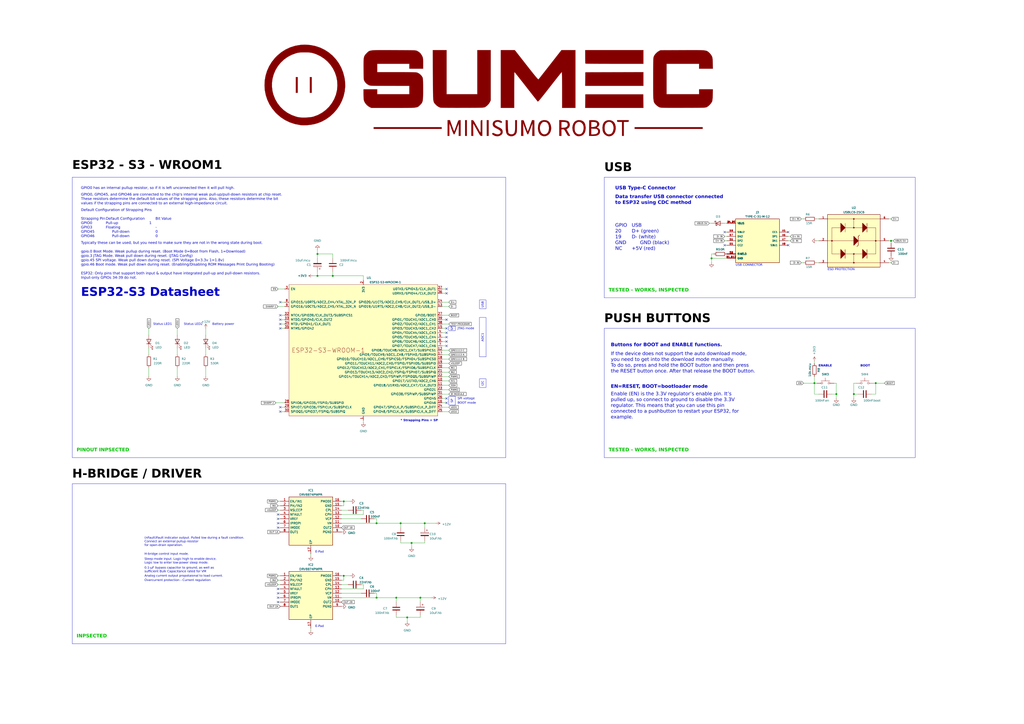
<source format=kicad_sch>
(kicad_sch (version 20230121) (generator eeschema)
  (paper "A2")
  (title_block (title "SUMEC SMD") (company "SPŠ NA PROSEKU"))
  (lib_symbols
    (symbol "Device:C" (pin_numbers hide) (pin_names (offset 0.254))
      (property "Reference" "C" (at 0.635 2.54 0))
      (property "Value" "C" (at 0.635 -2.54 0))
      (symbol "C_1_1"
        (pin passive line (at 0 3.81 270) (length 2.794) (name "~") (number "1"))
        (pin passive line (at 0 -3.81 90) (length 2.794) (name "~") (number "2"))
      )
    )
    (symbol "Device:C_Polarized" (pin_numbers hide) (pin_names (offset 0.254))
      (property "Reference" "C" (at 0.635 2.54 0))
      (property "Value" "C_Polarized" (at 0.635 -2.54 0))
      (symbol "C_Polarized_1_1"
        (pin passive line (at 0 3.81 270) (length 2.794) (name "~") (number "1"))
        (pin passive line (at 0 -3.81 90) (length 2.794) (name "~") (number "2"))
      )
    )
    (symbol "Device:D_Schottky" (pin_numbers hide) (pin_names (offset 1.016) hide)
      (property "Reference" "D" (at 0 2.54 0))
      (property "Value" "D_Schottky" (at 0 -2.54 0))
      (symbol "D_Schottky_1_1"
        (pin passive line (at -3.81 0 0) (length 2.54) (name "K") (number "1"))
        (pin passive line (at 3.81 0 180) (length 2.54) (name "A") (number "2"))
      )
    )
    (symbol "Device:LED" (pin_numbers hide) (pin_names (offset 1.016) hide)
      (property "Reference" "D" (at 0 2.54 0))
      (property "Value" "LED" (at 0 -2.54 0))
      (symbol "LED_1_1"
        (pin passive line (at -3.81 0 0) (length 2.54) (name "K") (number "1"))
        (pin passive line (at 3.81 0 180) (length 2.54) (name "A") (number "2"))
      )
    )
    (symbol "Device:R" (pin_numbers hide) (pin_names (offset 0))
      (property "Reference" "R" (at 2.032 0 90))
      (property "Value" "R" (at 0 0 90))
      (symbol "R_1_1"
        (pin passive line (at 0 3.81 270) (length 1.27) (name "~") (number "1"))
        (pin passive line (at 0 -3.81 90) (length 1.27) (name "~") (number "2"))
      )
    )
    (symbol "PCM_Espressif:ESP32-S3-WROOM-1" (pin_names (offset 1.016))
      (property "Reference" "U" (at -43.18 43.18 0))
      (property "Value" "ESP32-S3-WROOM-1" (at -43.18 40.64 0))
      (symbol "ESP32-S3-WROOM-1_0_0"
        (text "ESP32-S3-WROOM-1" (at -20.32 0 0) (effects (font (size 2.54 2.54))))
        (pin power_in line (at 0 -40.64 90) (length 2.54) (name "GND") (number "1"))
        (pin bidirectional line (at 45.72 -17.78 180) (length 2.54) (name "GPIO17/U1TXD/ADC2_CH6") (number "10"))
        (pin bidirectional line (at 45.72 -20.32 180) (length 2.54) (name "GPIO18/U1RXD/ADC2_CH7/CLK_OUT3") (number "11"))
        (pin bidirectional line (at 45.72 0 180) (length 2.54) (name "GPIO8/TOUCH8/ADC1_CH7/SUBSPICS1") (number "12"))
        (pin bidirectional line (at 45.72 25.4 180) (length 2.54) (name "GPIO19/U1RTS/ADC2_CH8/CLK_OUT2/USB_D-") (number "13"))
        (pin bidirectional line (at 45.72 27.94 180) (length 2.54) (name "GPIO20/U1CTS/ADC2_CH9/CLK_OUT1/USB_D+") (number "14"))
        (pin bidirectional line (at 45.72 12.7 180) (length 2.54) (name "GPIO3/TOUCH3/ADC1_CH2") (number "15"))
        (pin bidirectional line (at 45.72 -30.48 180) (length 2.54) (name "GPIO46") (number "16"))
        (pin bidirectional line (at 45.72 -2.54 180) (length 2.54) (name "GPIO9/TOUCH9/ADC1_CH8/FSPIHD/SUBSPIHD") (number "17"))
        (pin bidirectional line (at 45.72 -5.08 180) (length 2.54) (name "GPIO10/TOUCH10/ADC1_CH9/FSPICS0/FSPIIO4/SUBSPICS0") (number "18"))
        (pin bidirectional line (at 45.72 -7.62 180) (length 2.54) (name "GPIO11/TOUCH11/ADC2_CH0/FSPID/FSPIIO5/SUBSPID") (number "19"))
        (pin power_in line (at 0 40.64 270) (length 2.54) (name "3V3") (number "2"))
        (pin bidirectional line (at 45.72 -10.16 180) (length 2.54) (name "GPIO12/TOUCH12/ADC2_CH1/FSPICLK/FSPIIO6/SUBSPICLK") (number "20"))
        (pin bidirectional line (at 45.72 -12.7 180) (length 2.54) (name "GPIO13/TOUCH13/ADC2_CH2/FSPIQ/FSPIIO7/SUBSPIQ") (number "21"))
        (pin bidirectional line (at 45.72 -15.24 180) (length 2.54) (name "GPIO14/TOUCH14/ADC2_CH3/FSPIWP/FSPIDQS/SUBSPIWP") (number "22"))
        (pin bidirectional line (at 45.72 -22.86 180) (length 2.54) (name "GPIO21") (number "23"))
        (pin bidirectional line (at 45.72 -33.02 180) (length 2.54) (name "GPIO47/SPICLK_P/SUBSPICLK_P_DIFF") (number "24"))
        (pin bidirectional line (at 45.72 -35.56 180) (length 2.54) (name "GPIO48/SPICLK_N/SUBSPICLK_N_DIFF") (number "25"))
        (pin bidirectional line (at 45.72 -27.94 180) (length 2.54) (name "GPIO45") (number "26"))
        (pin bidirectional line (at 45.72 20.32 180) (length 2.54) (name "GPIO0/BOOT") (number "27"))
        (pin bidirectional line (at -45.72 -30.48 0) (length 2.54) (name "SPIIO6/GPIO35/FSPID/SUBSPID") (number "28"))
        (pin bidirectional line (at -45.72 -33.02 0) (length 2.54) (name "SPIIO7/GPIO36/FSPICLK/SUBSPICLK") (number "29"))
        (pin input line (at -45.72 35.56 0) (length 2.54) (name "EN") (number "3"))
        (pin bidirectional line (at -45.72 -35.56 0) (length 2.54) (name "SPIDQS/GPIO37/FSPIQ/SUBSPIQ") (number "30"))
        (pin bidirectional line (at 45.72 -25.4 180) (length 2.54) (name "GPIO38/FSPIWP/SUBSPIWP") (number "31"))
        (pin bidirectional line (at -45.72 20.32 0) (length 2.54) (name "MTCK/GPIO39/CLK_OUT3/SUBSPICS1") (number "32"))
        (pin bidirectional line (at -45.72 17.78 0) (length 2.54) (name "MTDO/GPIO40/CLK_OUT2") (number "33"))
        (pin bidirectional line (at -45.72 15.24 0) (length 2.54) (name "MTDI/GPIO41/CLK_OUT1") (number "34"))
        (pin bidirectional line (at -45.72 12.7 0) (length 2.54) (name "MTMS/GPIO42") (number "35"))
        (pin bidirectional line (at 45.72 33.02 180) (length 2.54) (name "U0RXD/GPIO44/CLK_OUT2") (number "36"))
        (pin bidirectional line (at 45.72 35.56 180) (length 2.54) (name "U0TXD/GPIO43/CLK_OUT1") (number "37"))
        (pin bidirectional line (at 45.72 15.24 180) (length 2.54) (name "GPIO2/TOUCH2/ADC1_CH1") (number "38"))
        (pin bidirectional line (at 45.72 17.78 180) (length 2.54) (name "GPIO1/TOUCH1/ADC1_CH0") (number "39"))
        (pin bidirectional line (at 45.72 10.16 180) (length 2.54) (name "GPIO4/TOUCH4/ADC1_CH3") (number "4"))
        (pin passive line (at 0 -40.64 90) (length 2.54) hide (name "GND") (number "40"))
        (pin passive line (at 0 -40.64 90) (length 2.54) hide (name "GND") (number "41"))
        (pin bidirectional line (at 45.72 7.62 180) (length 2.54) (name "GPIO5/TOUCH5/ADC1_CH4") (number "5"))
        (pin bidirectional line (at 45.72 5.08 180) (length 2.54) (name "GPIO6/TOUCH6/ADC1_CH5") (number "6"))
        (pin bidirectional line (at 45.72 2.54 180) (length 2.54) (name "GPIO7/TOUCH7/ADC1_CH6") (number "7"))
        (pin bidirectional line (at -45.72 27.94 0) (length 2.54) (name "GPIO15/U0RTS/ADC2_CH4/XTAL_32K_P") (number "8"))
        (pin bidirectional line (at -45.72 25.4 0) (length 2.54) (name "GPIO16/U0CTS/ADC2_CH5/XTAL_32K_N") (number "9"))
      )
    )
    (symbol "Switch:SW_Push" (pin_numbers hide) (pin_names (offset 1.016) hide)
      (property "Reference" "SW" (at 1.27 2.54 0))
      (property "Value" "SW_Push" (at 0 -1.524 0))
      (symbol "SW_Push_0_1"
        (pin passive line (at -5.08 0 0) (length 2.54) (name "1") (number "1"))
        (pin passive line (at 5.08 0 180) (length 2.54) (name "2") (number "2"))
      )
    )
    (symbol "logo:LOGO" (pin_names (offset 1.016)))
    (symbol "power:+12V" (power) (pin_names (offset 0))
      (property "Value" "+12V" (at 0 3.556 0))
      (symbol "+12V_1_1"
        (pin power_in line (at 0 0 90) (length 0) hide (name "+12V") (number "1"))
      )
    )
    (symbol "power:+3V3" (power) (pin_names (offset 0))
      (property "Value" "+3V3" (at 0 3.556 0))
      (symbol "+3V3_1_1"
        (pin power_in line (at 0 0 90) (length 0) hide (name "+3V3") (number "1"))
      )
    )
    (symbol "power:GND" (power) (pin_names (offset 0))
      (property "Value" "GND" (at 0 -3.81 0))
      (symbol "GND_1_1"
        (pin power_in line (at 0 0 270) (length 0) hide (name "GND") (number "1"))
      )
    )
    (symbol "sumec_library:DRV8874PWPR"
      (property "Reference" "IC" (at 31.75 7.62 0))
      (property "Value" "DRV8874PWPR" (at 31.75 5.08 0))
      (symbol "DRV8874PWPR_1_1"
        (pin passive line (at 0 0 0) (length 5.08) (name "EN/IN1") (number "1"))
        (pin passive line (at 35.56 -15.24 180) (length 5.08) (name "OUT2") (number "10"))
        (pin passive line (at 35.56 -12.7 180) (length 5.08) (name "VM") (number "11"))
        (pin passive line (at 35.56 -10.16 180) (length 5.08) (name "VCP") (number "12"))
        (pin passive line (at 35.56 -7.62 180) (length 5.08) (name "CPH") (number "13"))
        (pin passive line (at 35.56 -5.08 180) (length 5.08) (name "CPL") (number "14"))
        (pin passive line (at 35.56 -2.54 180) (length 5.08) (name "GND") (number "15"))
        (pin passive line (at 35.56 0 180) (length 5.08) (name "PMODE") (number "16"))
        (pin passive line (at 17.78 -30.48 90) (length 5.08) (name "EP") (number "17"))
        (pin passive line (at 0 -2.54 0) (length 5.08) (name "PH/IN2") (number "2"))
        (pin passive line (at 0 -5.08 0) (length 5.08) (name "NSLEEP") (number "3"))
        (pin passive line (at 0 -7.62 0) (length 5.08) (name "NFAULT") (number "4"))
        (pin passive line (at 0 -10.16 0) (length 5.08) (name "VREF") (number "5"))
        (pin passive line (at 0 -12.7 0) (length 5.08) (name "IPROPI") (number "6"))
        (pin passive line (at 0 -15.24 0) (length 5.08) (name "IMODE") (number "7"))
        (pin passive line (at 0 -17.78 0) (length 5.08) (name "OUT1") (number "8"))
        (pin passive line (at 35.56 -17.78 180) (length 5.08) (name "PGND") (number "9"))
      )
    )
    (symbol "sumec_library:TYPE-C-31-M-12" (pin_names (offset 1.016))
      (property "Reference" "J" (at -12.7 13.462 0))
      (property "Value" "TYPE-C-31-M-12" (at -12.7 -13.462 0))
      (symbol "TYPE-C-31-M-12_0_0"
        (pin power_in line (at 17.78 -10.16 180) (length 5.08) (name "GND") (number "A1_B12"))
        (pin power_in line (at 17.78 10.16 180) (length 5.08) (name "VBUS") (number "A4_B9"))
        (pin bidirectional line (at -17.78 5.08 0) (length 5.08) (name "CC1") (number "A5"))
        (pin bidirectional line (at -17.78 2.54 0) (length 5.08) (name "DP1") (number "A6"))
        (pin bidirectional line (at -17.78 0 0) (length 5.08) (name "DN1") (number "A7"))
        (pin bidirectional line (at -17.78 -2.54 0) (length 5.08) (name "SBU1") (number "A8"))
        (pin power_in line (at 17.78 -10.16 180) (length 5.08) (name "GND") (number "B1_A12"))
        (pin power_in line (at 17.78 10.16 180) (length 5.08) (name "VBUS") (number "B4_A9"))
        (pin bidirectional line (at 17.78 -2.54 180) (length 5.08) (name "CC2") (number "B5"))
        (pin bidirectional line (at 17.78 0 180) (length 5.08) (name "DP2") (number "B6"))
        (pin bidirectional line (at 17.78 2.54 180) (length 5.08) (name "DN2") (number "B7"))
        (pin bidirectional line (at 17.78 5.08 180) (length 5.08) (name "SBU2") (number "B8"))
        (pin passive line (at 17.78 -7.62 180) (length 5.08) (name "SHIELD") (number "S1"))
        (pin passive line (at 17.78 -7.62 180) (length 5.08) (name "SHIELD") (number "S2"))
        (pin passive line (at 17.78 -7.62 180) (length 5.08) (name "SHIELD") (number "S3"))
        (pin passive line (at 17.78 -7.62 180) (length 5.08) (name "SHIELD") (number "S4"))
      )
    )
    (symbol "sumec_library:USBLC6-2SC6" (pin_names (offset 1.016))
      (property "Reference" "U" (at -15.2693 17.8093 0))
      (property "Value" "USBLC6-2SC6" (at -15.2559 -17.7959 0))
      (symbol "USBLC6-2SC6_0_0"
        (pin bidirectional line (at -20.32 12.7 0) (length 5.08) (name "~") (number "1"))
        (pin power_in line (at -20.32 0 0) (length 5.08) (name "~") (number "2"))
        (pin bidirectional line (at -20.32 -12.7 0) (length 5.08) (name "~") (number "3"))
        (pin bidirectional line (at 20.32 -12.7 180) (length 5.08) (name "~") (number "4"))
        (pin power_in line (at 20.32 0 180) (length 5.08) (name "~") (number "5"))
        (pin bidirectional line (at 20.32 12.7 180) (length 5.08) (name "~") (number "6"))
      )
    )
  )
  (junction (at 199.39 334.01))
  (junction (at 232.41 303.53))
  (junction (at 246.38 303.53))
  (junction (at 193.04 160.02))
  (junction (at 236.22 358.14))
  (junction (at 238.76 314.96))
  (junction (at 243.84 346.71))
  (junction (at 218.44 303.53))
  (junction (at 229.87 346.71))
  (junction (at 184.15 147.32))
  (junction (at 218.44 346.71))
  (junction (at 516.89 139.7))
  (junction (at 412.75 149.86))
  (junction (at 199.39 290.83))
  (junction (at 508 222.25))
  (junction (at 472.44 222.25))
  (junction (at 495.3 228.6))
  (junction (at 485.14 228.6))
  (junction (at 184.15 160.02))
  (no_connect (at 457.2 142.24))
  (no_connect (at 420.37 134.62))
  (no_connect (at 162.56 182.88))
  (no_connect (at 259.08 198.12))
  (no_connect (at 259.08 233.68))
  (no_connect (at 162.56 187.96))
  (no_connect (at 161.29 346.71))
  (no_connect (at 259.08 167.64))
  (no_connect (at 259.08 200.66))
  (no_connect (at 420.37 142.24))
  (no_connect (at 161.29 344.17))
  (no_connect (at 259.08 190.5))
  (no_connect (at 161.29 306.07))
  (no_connect (at 162.56 238.76))
  (no_connect (at 161.29 349.25))
  (no_connect (at 161.29 300.99))
  (no_connect (at 161.29 303.53))
  (no_connect (at 259.08 170.18))
  (no_connect (at 161.29 341.63))
  (no_connect (at 162.56 190.5))
  (no_connect (at 457.2 134.62))
  (no_connect (at 162.56 236.22))
  (no_connect (at 162.56 175.26))
  (no_connect (at 161.29 298.45))
  (no_connect (at 259.08 185.42))
  (no_connect (at 259.08 231.14))
  (no_connect (at 162.56 185.42))
  (no_connect (at 259.08 193.04))
  (no_connect (at 259.08 195.58))
  (wire (pts (xy 420.37 139.7) (xy 421.64 139.7)))
  (wire (pts (xy 259.08 233.68) (xy 256.54 233.68)))
  (polyline (pts (xy 41.91 280.67) (xy 41.91 373.38)))
  (wire (pts (xy 236.22 360.68) (xy 236.22 358.14)))
  (wire (pts (xy 161.29 300.99) (xy 162.56 300.99)))
  (wire (pts (xy 238.76 317.5) (xy 238.76 314.96)))
  (wire (pts (xy 412.75 152.4) (xy 412.75 149.86)))
  (wire (pts (xy 256.54 187.96) (xy 260.35 187.96)))
  (wire (pts (xy 218.44 346.71) (xy 229.87 346.71)))
  (polyline (pts (xy 530.86 265.43) (xy 350.52 265.43)))
  (wire (pts (xy 199.39 334.01) (xy 199.39 336.55)))
  (wire (pts (xy 256.54 205.74) (xy 260.35 205.74)))
  (wire (pts (xy 256.54 185.42) (xy 259.08 185.42)))
  (wire (pts (xy 256.54 208.28) (xy 260.35 208.28)))
  (polyline (pts (xy 350.52 172.72) (xy 530.86 172.72)))
  (wire (pts (xy 162.56 175.26) (xy 165.1 175.26)))
  (wire (pts (xy 161.29 306.07) (xy 162.56 306.07)))
  (wire (pts (xy 256.54 210.82) (xy 260.35 210.82)))
  (wire (pts (xy 86.36 190.5) (xy 86.36 194.31)))
  (wire (pts (xy 256.54 223.52) (xy 260.35 223.52)))
  (polyline (pts (xy 350.52 190.5) (xy 350.52 265.43)))
  (wire (pts (xy 472.44 222.25) (xy 473.71 222.25)))
  (wire (pts (xy 161.29 349.25) (xy 162.56 349.25)))
  (wire (pts (xy 259.08 231.14) (xy 256.54 231.14)))
  (wire (pts (xy 217.17 344.17) (xy 218.44 344.17)))
  (wire (pts (xy 203.2 290.83) (xy 199.39 290.83)))
  (wire (pts (xy 232.41 303.53) (xy 232.41 306.07)))
  (wire (pts (xy 161.29 295.91) (xy 162.56 295.91)))
  (wire (pts (xy 458.47 139.7) (xy 457.2 139.7)))
  (wire (pts (xy 193.04 147.32) (xy 184.15 147.32)))
  (wire (pts (xy 256.54 175.26) (xy 260.35 175.26)))
  (wire (pts (xy 198.12 295.91) (xy 201.93 295.91)))
  (wire (pts (xy 161.29 346.71) (xy 162.56 346.71)))
  (wire (pts (xy 412.75 149.86) (xy 421.64 149.86)))
  (wire (pts (xy 160.02 233.68) (xy 165.1 233.68)))
  (wire (pts (xy 256.54 200.66) (xy 259.08 200.66)))
  (wire (pts (xy 464.82 127) (xy 466.09 127)))
  (wire (pts (xy 161.29 344.17) (xy 162.56 344.17)))
  (wire (pts (xy 472.44 222.25) (xy 472.44 228.6)))
  (wire (pts (xy 259.08 195.58) (xy 256.54 195.58)))
  (wire (pts (xy 198.12 298.45) (xy 210.82 298.45)))
  (wire (pts (xy 198.12 339.09) (xy 201.93 339.09)))
  (wire (pts (xy 210.82 295.91) (xy 209.55 295.91)))
  (wire (pts (xy 102.87 190.5) (xy 102.87 194.31)))
  (wire (pts (xy 508 222.25) (xy 513.08 222.25)))
  (wire (pts (xy 119.38 213.36) (xy 119.38 218.44)))
  (polyline (pts (xy 293.37 280.67) (xy 293.37 373.38)))
  (wire (pts (xy 259.08 190.5) (xy 256.54 190.5)))
  (wire (pts (xy 193.04 160.02) (xy 193.04 157.48)))
  (wire (pts (xy 162.56 236.22) (xy 165.1 236.22)))
  (wire (pts (xy 256.54 203.2) (xy 260.35 203.2)))
  (wire (pts (xy 198.12 334.01) (xy 199.39 334.01)))
  (wire (pts (xy 161.29 336.55) (xy 162.56 336.55)))
  (polyline (pts (xy 293.37 102.87) (xy 293.37 265.43)))
  (wire (pts (xy 485.14 231.14) (xy 485.14 228.6)))
  (wire (pts (xy 86.36 201.93) (xy 86.36 205.74)))
  (wire (pts (xy 236.22 358.14) (xy 229.87 358.14)))
  (wire (pts (xy 198.12 290.83) (xy 199.39 290.83)))
  (wire (pts (xy 256.54 218.44) (xy 260.35 218.44)))
  (wire (pts (xy 161.29 298.45) (xy 162.56 298.45)))
  (wire (pts (xy 259.08 193.04) (xy 256.54 193.04)))
  (wire (pts (xy 495.3 222.25) (xy 495.3 228.6)))
  (wire (pts (xy 218.44 300.99) (xy 218.44 303.53)))
  (wire (pts (xy 243.84 346.71) (xy 243.84 349.25)))
  (wire (pts (xy 256.54 170.18) (xy 259.08 170.18)))
  (wire (pts (xy 184.15 147.32) (xy 184.15 144.78)))
  (wire (pts (xy 86.36 213.36) (xy 86.36 218.44)))
  (wire (pts (xy 420.37 134.62) (xy 421.64 134.62)))
  (wire (pts (xy 198.12 303.53) (xy 218.44 303.53)))
  (wire (pts (xy 199.39 290.83) (xy 199.39 293.37)))
  (wire (pts (xy 162.56 190.5) (xy 165.1 190.5)))
  (wire (pts (xy 246.38 314.96) (xy 246.38 313.69)))
  (wire (pts (xy 508 222.25) (xy 506.73 222.25)))
  (polyline (pts (xy 530.86 190.5) (xy 530.86 265.43)))
  (wire (pts (xy 199.39 293.37) (xy 198.12 293.37)))
  (wire (pts (xy 256.54 213.36) (xy 260.35 213.36)))
  (wire (pts (xy 495.3 231.14) (xy 495.3 228.6)))
  (wire (pts (xy 210.82 160.02) (xy 193.04 160.02)))
  (wire (pts (xy 495.3 228.6) (xy 497.84 228.6)))
  (wire (pts (xy 162.56 187.96) (xy 165.1 187.96)))
  (wire (pts (xy 217.17 300.99) (xy 218.44 300.99)))
  (wire (pts (xy 256.54 236.22) (xy 260.35 236.22)))
  (wire (pts (xy 515.62 127) (xy 516.89 127)))
  (wire (pts (xy 260.35 226.06) (xy 256.54 226.06)))
  (polyline (pts (xy 350.52 190.5) (xy 530.86 190.5)))
  (wire (pts (xy 184.15 160.02) (xy 184.15 157.48)))
  (wire (pts (xy 508 222.25) (xy 508 228.6)))
  (polyline (pts (xy 41.91 102.87) (xy 293.37 102.87)))
  (wire (pts (xy 256.54 220.98) (xy 260.35 220.98)))
  (wire (pts (xy 473.71 139.7) (xy 474.98 139.7)))
  (wire (pts (xy 184.15 160.02) (xy 181.61 160.02)))
  (wire (pts (xy 260.35 182.88) (xy 256.54 182.88)))
  (wire (pts (xy 210.82 245.11) (xy 210.82 243.84)))
  (wire (pts (xy 256.54 177.8) (xy 260.35 177.8)))
  (wire (pts (xy 229.87 346.71) (xy 229.87 349.25)))
  (wire (pts (xy 472.44 218.44) (xy 472.44 222.25)))
  (wire (pts (xy 161.29 290.83) (xy 162.56 290.83)))
  (wire (pts (xy 246.38 303.53) (xy 232.41 303.53)))
  (wire (pts (xy 198.12 344.17) (xy 209.55 344.17)))
  (wire (pts (xy 260.35 228.6) (xy 256.54 228.6)))
  (wire (pts (xy 119.38 201.93) (xy 119.38 205.74)))
  (wire (pts (xy 193.04 160.02) (xy 184.15 160.02)))
  (wire (pts (xy 161.29 334.01) (xy 162.56 334.01)))
  (polyline (pts (xy 41.91 280.67) (xy 293.37 280.67)))
  (wire (pts (xy 198.12 300.99) (xy 209.55 300.99)))
  (wire (pts (xy 473.71 127) (xy 474.98 127)))
  (wire (pts (xy 505.46 228.6) (xy 508 228.6)))
  (wire (pts (xy 210.82 160.02) (xy 210.82 162.56)))
  (wire (pts (xy 161.29 303.53) (xy 162.56 303.53)))
  (wire (pts (xy 180.34 365.76) (xy 180.34 364.49)))
  (wire (pts (xy 420.37 137.16) (xy 421.64 137.16)))
  (wire (pts (xy 198.12 341.63) (xy 210.82 341.63)))
  (wire (pts (xy 485.14 222.25) (xy 485.14 228.6)))
  (wire (pts (xy 210.82 295.91) (xy 210.82 298.45)))
  (wire (pts (xy 516.89 152.4) (xy 515.62 152.4)))
  (wire (pts (xy 161.29 177.8) (xy 165.1 177.8)))
  (wire (pts (xy 232.41 314.96) (xy 232.41 313.69)))
  (wire (pts (xy 466.09 222.25) (xy 472.44 222.25)))
  (wire (pts (xy 250.19 346.71) (xy 243.84 346.71)))
  (wire (pts (xy 193.04 149.86) (xy 193.04 147.32)))
  (polyline (pts (xy 41.91 102.87) (xy 41.91 265.43)))
  (wire (pts (xy 180.34 322.58) (xy 180.34 321.31)))
  (wire (pts (xy 243.84 346.71) (xy 229.87 346.71)))
  (polyline (pts (xy 530.86 172.72) (xy 530.86 102.87)))
  (wire (pts (xy 210.82 339.09) (xy 210.82 341.63)))
  (wire (pts (xy 518.16 139.7) (xy 516.89 139.7)))
  (wire (pts (xy 162.56 185.42) (xy 165.1 185.42)))
  (polyline (pts (xy 293.37 373.38) (xy 41.91 373.38)))
  (wire (pts (xy 161.29 167.64) (xy 165.1 167.64)))
  (wire (pts (xy 464.82 152.4) (xy 466.09 152.4)))
  (wire (pts (xy 198.12 346.71) (xy 218.44 346.71)))
  (wire (pts (xy 161.29 339.09) (xy 162.56 339.09)))
  (wire (pts (xy 199.39 336.55) (xy 198.12 336.55)))
  (wire (pts (xy 495.3 222.25) (xy 496.57 222.25)))
  (wire (pts (xy 256.54 238.76) (xy 260.35 238.76)))
  (wire (pts (xy 458.47 137.16) (xy 457.2 137.16)))
  (wire (pts (xy 256.54 215.9) (xy 260.35 215.9)))
  (wire (pts (xy 102.87 213.36) (xy 102.87 218.44)))
  (wire (pts (xy 218.44 303.53) (xy 232.41 303.53)))
  (wire (pts (xy 246.38 303.53) (xy 246.38 306.07)))
  (wire (pts (xy 420.37 142.24) (xy 421.64 142.24)))
  (wire (pts (xy 236.22 358.14) (xy 243.84 358.14)))
  (wire (pts (xy 474.98 228.6) (xy 472.44 228.6)))
  (wire (pts (xy 420.37 129.54) (xy 421.64 129.54)))
  (wire (pts (xy 243.84 358.14) (xy 243.84 356.87)))
  (wire (pts (xy 256.54 198.12) (xy 259.08 198.12)))
  (wire (pts (xy 485.14 228.6) (xy 482.6 228.6)))
  (polyline (pts (xy 350.52 102.87) (xy 350.52 172.72)))
  (wire (pts (xy 162.56 182.88) (xy 165.1 182.88)))
  (wire (pts (xy 238.76 314.96) (xy 246.38 314.96)))
  (wire (pts (xy 229.87 358.14) (xy 229.87 356.87)))
  (polyline (pts (xy 350.52 102.87) (xy 530.86 102.87)))
  (wire (pts (xy 252.73 303.53) (xy 246.38 303.53)))
  (wire (pts (xy 203.2 334.01) (xy 199.39 334.01)))
  (wire (pts (xy 256.54 167.64) (xy 259.08 167.64)))
  (wire (pts (xy 210.82 339.09) (xy 209.55 339.09)))
  (wire (pts (xy 184.15 149.86) (xy 184.15 147.32)))
  (polyline (pts (xy 293.37 265.43) (xy 41.91 265.43)))
  (wire (pts (xy 119.38 190.5) (xy 119.38 194.31)))
  (wire (pts (xy 472.44 210.82) (xy 472.44 209.55)))
  (wire (pts (xy 161.29 293.37) (xy 162.56 293.37)))
  (wire (pts (xy 516.89 139.7) (xy 515.62 139.7)))
  (wire (pts (xy 238.76 314.96) (xy 232.41 314.96)))
  (wire (pts (xy 412.75 147.32) (xy 412.75 149.86)))
  (wire (pts (xy 473.71 152.4) (xy 474.98 152.4)))
  (wire (pts (xy 485.14 222.25) (xy 483.87 222.25)))
  (wire (pts (xy 161.29 341.63) (xy 162.56 341.63)))
  (wire (pts (xy 516.89 140.97) (xy 516.89 139.7)))
  (wire (pts (xy 411.48 129.54) (xy 412.75 129.54)))
  (wire (pts (xy 218.44 344.17) (xy 218.44 346.71)))
  (wire (pts (xy 162.56 238.76) (xy 165.1 238.76)))
  (wire (pts (xy 102.87 201.93) (xy 102.87 205.74)))
  (wire (pts (xy 412.75 147.32) (xy 414.02 147.32)))
  (text_box "SP" (at 260.35 229.87 90) (size 3.81 5.08) (effects (font (size 1.27 1.27))))
  (text_box "ADC1" (at 278.13 184.15 90) (size 3.81 22.86) (effects (font (size 1.27 1.27))))
  (text_box "USB" (at 278.13 173.99 90) (size 3.81 5.08) (effects (font (size 1.27 1.27))))
  (text_box "SP" (at 260.35 189.23 90) (size 3.81 2.54) (effects (font (size 1.27 1.27))))
  (text_box "I2C" (at 278.13 219.71 90) (size 3.81 5.08) (effects (font (size 1.27 1.27))))
  (text "0.1-µF bypass capacitor to ground, as well as\nsufficient Bulk Capacitance rated for VM" (at 83.82 332.74 0) (effects (font (size 1.27 1.27)) (justify left bottom)))
  (text "SPI voltage" (at 265.43 232.41 0) (effects (font (size 1.27 1.27)) (justify left bottom)))
  (text "Enable (EN) is the 3.3V regulator’s enable pin. It’s\npulled up, so connect to ground to disable the 3.3V\nregulator. This means that you can use this pin\nconnected to a pushbutton to restart your ESP32, for\nexample." (at 354.33 243.84 0) (effects (font (size 2 2)) (justify left bottom)))
  (text "USB CONNECTOR" (at 426.72 154.94 0) (effects (font (size 1.27 1.27)) (justify left bottom)))
  (text "Status LED2" (at 106.68 189.23 0) (effects (font (size 1.27 1.27)) (justify left bottom)))
  (text "Sleep mode input. Logic high to enable device. \nLogic low to enter low-power sleep mode." (at 83.82 327.66 0) (effects (font (size 1.27 1.27)) (justify left bottom)))
  (text "USB Type-C Connector\n\n" (at 356.87 114.3 0) (effects (font (size 2 2) (thickness 0.4) bold) (justify left bottom)))
  (text "GPIO0, GPIO45, and GPIO46 are connected to the chip's internal weak pull-up/pull-down resistors at chip reset.\nThese resistors determine the default bit values of the strapping pins. Also, these resistors determine the bit\nvalues if the strapping pins are connected to an external high-impedance circuit." (at 46.99 119.38 0) (effects (font (size 1.5 1.5)) (justify left bottom)))
  (text "E-Pad" (at 182.88 321.31 0) (effects (font (size 1.27 1.27)) (justify left bottom)))
  (text "Overcurrent protection - Current regulation" (at 83.82 337.82 0) (effects (font (size 1.27 1.27)) (justify left bottom)))
  (text "ENABLE" (at 482.6 213.36 0) (effects (font (size 1.27 1.27) (thickness 0.254) bold) (justify right bottom)))
  (text "Analog current output propotaional to load current." (at 83.82 335.28 0) (effects (font (size 1.27 1.27)) (justify left bottom)))
  (text "GPIO	USB\n20		D+ (green)\n19		D- (white)\nGND		GND (black)\nNC		+5V (red)" (at 356.87 146.05 0) (effects (font (size 2 2)) (justify left bottom)))
  (text "H-BRIDGE / DRIVER" (at 41.91 279.4 0) (effects (font (size 5 5) bold) (justify left bottom)))
  (text "Status LED1" (at 88.9 189.23 0) (effects (font (size 1.27 1.27)) (justify left bottom)))
  (text "H-bridge control input mode." (at 83.82 322.58 0) (effects (font (size 1.27 1.27)) (justify left bottom)))
  (text "PINOUT INPSECTED" (at 44.45 262.89 0) (effects (font (size 2 2) (thickness 0.4) bold) (justify left bottom)))
  (text "BOOT mode" (at 265.43 234.95 0) (effects (font (size 1.27 1.27)) (justify left bottom)))
  (text "If the device does not support the auto download mode,\nyou need to get into the download mode manually. \nTo do so, press and hold the BOOT button and then press \nthe RESET button once. After that release the BOOT button." (at 354.33 217.17 0) (effects (font (size 2 2)) (justify left bottom)))
  (text "* Strapping Pins = SP" (at 232.41 245.11 0) (effects (font (size 1.27 1.27) (thickness 0.254) bold) (justify left bottom)))
  (text "Battery power" (at 123.19 189.23 0) (effects (font (size 1.27 1.27)) (justify left bottom)))
  (text "ESP32 - S3 - WROOM1" (at 41.91 100.33 0) (effects (font (size 5 5) bold) (justify left bottom)))
  (text "Default Configuration of Strapping Pins\n\nStrapping Pin	Default Configuration		Bit Value\nGPIO0 			Pull-up						1\nGPIO3			Floating						-\nGPIO45			Pull-down					0\nGPIO46			Pull-down					0" (at 46.99 138.43 0) (effects (font (size 1.5 1.5)) (justify left bottom)))
  (text "JTAG mode" (at 265.43 191.77 0) (effects (font (size 1.27 1.27)) (justify left bottom)))
  (text "PUSH BUTTONS" (at 350.52 189.23 0) (effects (font (size 5 5) bold) (justify left bottom)))
  (text "GPIO0 has an internal pullup resistor, so if it is left unconnected then it will pull high." (at 46.99 110.49 0) (effects (font (size 1.5 1.5)) (justify left bottom)))
  (text "TESTED - WORKS, INSPECTED" (at 353.06 262.89 0) (effects (font (size 2 2) (thickness 0.4) bold) (justify left bottom)))
  (text "E-Pad" (at 182.88 364.49 0) (effects (font (size 1.27 1.27)) (justify left bottom)))
  (text "ESD PROTECTION" (at 480.06 157.48 0) (effects (font (size 1.27 1.27)) (justify left bottom)))
  (text "Buttons for BOOT and ENABLE functions." (at 354.33 201.93 0) (effects (font (size 2 2) (thickness 0.4) bold) (justify left bottom)))
  (text "TESTED - WORKS, INSPECTED" (at 353.06 170.18 0) (effects (font (size 2 2) (thickness 0.4) bold) (justify left bottom)))
  (text "Typically these can be used, but you need to make sure they are not in the wrong state during boot.\n\ngpio.0 Boot Mode. Weak pullup during reset. (Boot Mode 0=Boot from Flash, 1=Download)\ngpio.3 JTAG Mode. Weak pull down during reset. (JTAG Config)\ngpio.45 SPI voltage. Weak pull down during reset. (SPI Voltage 0=3.3v 1=1.8v)\ngpio.46 Boot mode. Weak pull down during reset. (Enabling/Disabling ROM Messages Print During Booting)" (at 46.99 154.94 0) (effects (font (size 1.5 1.5)) (justify left bottom)))
  (text "ESP32: Only pins that support both input & output have integrated pull-up and pull-down resistors. \nInput-only GPIOs 34-39 do not." (at 46.99 162.56 0) (effects (font (size 1.5 1.5)) (justify left bottom)))
  (text "INPSECTED" (at 44.45 370.84 0) (effects (font (size 2 2) (thickness 0.4) bold) (justify left bottom)))
  (text "ESP32-S3 Datasheet" (at 46.99 173.99 0) (effects (font (size 5 5) (thickness 1) bold) (justify left bottom)))
  (text "EN=RESET, BOOT=bootloader mode" (at 354.33 226.06 0) (effects (font (size 2 2) (thickness 0.4) bold) (justify left bottom)))
  (text "USB" (at 350.52 101.6 0) (effects (font (size 5 5) bold) (justify left bottom)))
  (text "Data transfer USB connector connected\nto ESP32 using CDC method" (at 356.87 119.38 0) (effects (font (size 2 2) (thickness 0.254) bold) (justify left bottom)))
  (text "BOOT" (at 499.11 213.36 0) (effects (font (size 1.27 1.27) bold) (justify left bottom)))
  (text "(nFault)Fault indicator output. Pulled low during a fault condition. \nConnect an external pullup resistor\nfor open-drain operation." (at 83.82 317.5 0) (effects (font (size 1.27 1.27)) (justify left bottom)))
  (global_label "QRE1113 B" (shape input) (at 260.35 208.28 0) (effects (font (size 1 1))) (property "Intersheetrefs" "${INTERSHEET_REFS}" (effects hide)))
  (global_label "D- IN" (shape input) (at 464.82 152.4 180) (effects (font (size 1 1))) (property "Intersheetrefs" "${INTERSHEET_REFS}" (effects hide)))
  (global_label "IN2" (shape input) (at 161.29 336.55 180) (effects (font (size 1 1))) (property "Intersheetrefs" "${INTERSHEET_REFS}" (effects hide)))
  (global_label "OUT 2B" (shape input) (at 198.12 349.25 0) (effects (font (size 1 1))) (property "Intersheetrefs" "${INTERSHEET_REFS}" (effects hide)))
  (global_label "LED1" (shape input) (at 86.36 190.5 90) (effects (font (size 1 1))) (property "Intersheetrefs" "${INTERSHEET_REFS}" (effects hide)))
  (global_label "TEST PROGRAM" (shape input) (at 260.35 187.96 0) (effects (font (size 1 1))) (property "Intersheetrefs" "${INTERSHEET_REFS}" (effects hide)))
  (global_label "SDA" (shape input) (at 260.35 223.52 0) (effects (font (size 1 1))) (property "Intersheetrefs" "${INTERSHEET_REFS}" (effects hide)))
  (global_label "PWM2" (shape input) (at 260.35 226.06 0) (effects (font (size 1 1))) (property "Intersheetrefs" "${INTERSHEET_REFS}" (effects hide)))
  (global_label "D+ IN" (shape input) (at 420.37 139.7 180) (effects (font (size 1 1))) (property "Intersheetrefs" "${INTERSHEET_REFS}" (effects hide)))
  (global_label "D+" (shape input) (at 260.35 175.26 0) (effects (font (size 1 1))) (property "Intersheetrefs" "${INTERSHEET_REFS}" (effects hide)))
  (global_label "QRE1113 A" (shape input) (at 260.35 205.74 0) (effects (font (size 1 1))) (property "Intersheetrefs" "${INTERSHEET_REFS}" (effects hide)))
  (global_label "OUT 2A" (shape input) (at 162.56 351.79 180) (effects (font (size 1 1))) (property "Intersheetrefs" "${INTERSHEET_REFS}" (effects hide)))
  (global_label "SCL" (shape input) (at 260.35 220.98 0) (effects (font (size 1 1))) (property "Intersheetrefs" "${INTERSHEET_REFS}" (effects hide)))
  (global_label "LED1" (shape input) (at 260.35 236.22 0) (effects (font (size 1 1))) (property "Intersheetrefs" "${INTERSHEET_REFS}" (effects hide)))
  (global_label "LED2" (shape input) (at 260.35 238.76 0) (effects (font (size 1 1))) (property "Intersheetrefs" "${INTERSHEET_REFS}" (effects hide)))
  (global_label "EN" (shape input) (at 161.29 167.64 180) (effects (font (size 1 1))) (property "Intersheetrefs" "${INTERSHEET_REFS}" (effects hide)))
  (global_label "D+" (shape input) (at 516.89 127 0) (effects (font (size 1 1))) (property "Intersheetrefs" "${INTERSHEET_REFS}" (effects hide)))
  (global_label "PWM2" (shape input) (at 161.29 334.01 180) (effects (font (size 1 1))) (property "Intersheetrefs" "${INTERSHEET_REFS}" (effects hide)))
  (global_label "BOOT" (shape input) (at 513.08 222.25 0) (effects (font (size 1 1))) (property "Intersheetrefs" "${INTERSHEET_REFS}" (effects hide)))
  (global_label "SHARP 1" (shape input) (at 161.29 177.8 180) (effects (font (size 1 1))) (property "Intersheetrefs" "${INTERSHEET_REFS}" (effects hide)))
  (global_label "nSLEEP" (shape input) (at 161.29 295.91 180) (effects (font (size 1 1))) (property "Intersheetrefs" "${INTERSHEET_REFS}" (effects hide)))
  (global_label "EN" (shape input) (at 466.09 222.25 180) (effects (font (size 1 1))) (property "Intersheetrefs" "${INTERSHEET_REFS}" (effects hide)))
  (global_label "D- IN" (shape input) (at 458.47 139.7 0) (effects (font (size 1 1))) (property "Intersheetrefs" "${INTERSHEET_REFS}" (effects hide)))
  (global_label "PWM1" (shape input) (at 260.35 218.44 0) (effects (font (size 1 1))) (property "Intersheetrefs" "${INTERSHEET_REFS}" (effects hide)))
  (global_label "D- IN" (shape input) (at 420.37 137.16 180) (effects (font (size 1 1))) (property "Intersheetrefs" "${INTERSHEET_REFS}" (effects hide)))
  (global_label "PWM1" (shape input) (at 161.29 290.83 180) (effects (font (size 1 1))) (property "Intersheetrefs" "${INTERSHEET_REFS}" (effects hide)))
  (global_label "QRE1113 C" (shape input) (at 260.35 203.2 0) (effects (font (size 1 1))) (property "Intersheetrefs" "${INTERSHEET_REFS}" (effects hide)))
  (global_label "IN1" (shape input) (at 260.35 213.36 0) (effects (font (size 1 1))) (property "Intersheetrefs" "${INTERSHEET_REFS}" (effects hide)))
  (global_label "BOOT" (shape input) (at 260.35 182.88 0) (effects (font (size 1 1))) (property "Intersheetrefs" "${INTERSHEET_REFS}" (effects hide)))
  (global_label "nSLEEP" (shape input) (at 260.35 210.82 0) (effects (font (size 1 1))) (property "Intersheetrefs" "${INTERSHEET_REFS}" (effects hide)))
  (global_label "OUT 1B" (shape input) (at 198.12 306.07 0) (effects (font (size 1 1))) (property "Intersheetrefs" "${INTERSHEET_REFS}" (effects hide)))
  (global_label "D-" (shape input) (at 516.89 152.4 0) (effects (font (size 1 1))) (property "Intersheetrefs" "${INTERSHEET_REFS}" (effects hide)))
  (global_label "VBUS 5V" (shape input) (at 518.16 139.7 0) (effects (font (size 1 1))) (property "Intersheetrefs" "${INTERSHEET_REFS}" (effects hide)))
  (global_label "OUT 1A" (shape input) (at 162.56 308.61 180) (effects (font (size 1 1))) (property "Intersheetrefs" "${INTERSHEET_REFS}" (effects hide)))
  (global_label "LED2" (shape input) (at 102.87 190.5 90) (effects (font (size 1 1))) (property "Intersheetrefs" "${INTERSHEET_REFS}" (effects hide)))
  (global_label "nSLEEP" (shape input) (at 161.29 339.09 180) (effects (font (size 1 1))) (property "Intersheetrefs" "${INTERSHEET_REFS}" (effects hide)))
  (global_label "D+ IN" (shape input) (at 464.82 127 180) (effects (font (size 1 1))) (property "Intersheetrefs" "${INTERSHEET_REFS}" (effects hide)))
  (global_label "VBUS 5V" (shape input) (at 411.48 129.54 180) (effects (font (size 1 1))) (property "Intersheetrefs" "${INTERSHEET_REFS}" (effects hide)))
  (global_label "IN1" (shape input) (at 161.29 293.37 180) (effects (font (size 1 1))) (property "Intersheetrefs" "${INTERSHEET_REFS}" (effects hide)))
  (global_label "D+ IN" (shape input) (at 458.47 137.16 0) (effects (font (size 1 1))) (property "Intersheetrefs" "${INTERSHEET_REFS}" (effects hide)))
  (global_label "D-" (shape input) (at 260.35 177.8 0) (effects (font (size 1 1))) (property "Intersheetrefs" "${INTERSHEET_REFS}" (effects hide)))
  (global_label "IN2" (shape input) (at 260.35 215.9 0) (effects (font (size 1 1))) (property "Intersheetrefs" "${INTERSHEET_REFS}" (effects hide)))
  (global_label "IR MODULE" (shape input) (at 260.35 228.6 0) (effects (font (size 1 1))) (property "Intersheetrefs" "${INTERSHEET_REFS}" (effects hide)))
  (global_label "SHARP 2" (shape input) (at 160.02 233.68 180) (effects (font (size 1 1))) (property "Intersheetrefs" "${INTERSHEET_REFS}" (effects hide)))
  (symbol (lib_id "power:+12V") (at 250.19 346.71 270) (mirror x) (unit 1)
    (property "Reference" "#PWR017" (effects hide))
    (property "Value" "+12V" (at 254 347.345 90) (effects (justify left)))
  )
  (symbol (lib_id "power:+12V") (at 252.73 303.53 270) (mirror x) (unit 1)
    (property "Reference" "#PWR018" (effects hide))
    (property "Value" "+12V" (at 256.54 304.165 90) (effects (justify left)))
  )
  (symbol (lib_id "power:+12V") (at 119.38 190.5 0) (mirror y) (unit 1)
    (property "Reference" "#PWR050" (effects hide))
    (property "Value" "+12V" (at 119.38 186.69 0))
  )
  (symbol (lib_id "Device:D_Schottky") (at 416.56 129.54 0) (unit 1)
    (property "Reference" "D3" (at 416.56 125.73 0))
    (property "Value" "D_Schottky" (effects hide))
    (property "Footprint" "Diode_SMD:D_1206_3216Metric_Pad1.42x1.75mm_HandSolder" (effects hide))
  )
  (symbol (lib_id "Device:R") (at 472.44 214.63 180) (unit 1)
    (property "Reference" "R8" (at 474.98 214.63 90))
    (property "Value" "10k.mcu" (at 469.9 214.63 90))
    (property "Footprint" "Resistor_SMD:R_0805_2012Metric_Pad1.20x1.40mm_HandSolder" (effects hide))
  )
  (symbol (lib_id "Device:C") (at 229.87 353.06 0) (mirror x) (unit 1)
    (property "Reference" "C7" (at 222.25 353.06 0) (effects (justify left)))
    (property "Value" "100nF.hb" (at 217.17 355.6 0) (effects (justify left)))
    (property "Footprint" "Capacitor_SMD:C_0805_2012Metric_Pad1.18x1.45mm_HandSolder" (effects hide))
  )
  (symbol (lib_id "power:GND") (at 203.2 334.01 90) (unit 1)
    (property "Reference" "#PWR013" (effects hide))
    (property "Value" "GND" (effects hide))
  )
  (symbol (lib_id "sumec_library:USBLC6-2SC6") (at 495.3 139.7 0) (unit 1)
    (property "Reference" "U2" (at 495.3 120.65 0))
    (property "Value" "USBLC6-2SC6" (at 495.3 123.19 0))
    (property "Footprint" "Package_TO_SOT_SMD:TSOT-23-6_HandSoldering" (effects hide))
    (property "MF" "STMicroelectronics" (effects hide))
    (property "PURCHASE-URL" "https://pricing.snapeda.com/search/part/USBLC6-2SC6/?ref=eda" (effects hide))
    (property "PACKAGE" "SOT-23-6 STMicroelectronics" (effects hide))
    (property "PRICE" "None" (effects hide))
    (property "Package" "SOT-23-6 STMicroelectronics" (effects hide))
    (property "Check_prices" "https://www.snapeda.com/parts/USBLC6-2SC6/STMicroelectronics/view-part/?ref=eda" (effects hide))
    (property "Price" "None" (effects hide))
    (property "SnapEDA_Link" "https://www.snapeda.com/parts/USBLC6-2SC6/STMicroelectronics/view-part/?ref=snap" (effects hide))
    (property "MP" "USBLC6-2SC6" (effects hide))
    (property "Purchase-URL" "https://www.snapeda.com/api/url_track_click_mouser/?unipart_id=231887&manufacturer=STMicroelectronics&part_name=USBLC6-2SC6&search_term=None" (effects hide))
    (property "Description" "\n17V Clamp 5A (8/20µs) Ipp Tvs Diode Surface Mount SOT-23-6\n" (effects hide))
    (property "Availability" "In Stock" (effects hide))
    (property "AVAILABILITY" "In Stock" (effects hide))
    (property "DESCRIPTION" "17V Clamp 5A (8/20µs) Ipp Tvs Diode Surface Mount SOT-23-6" (effects hide))
  )
  (symbol (lib_id "power:GND") (at 473.71 139.7 270) (unit 1)
    (property "Reference" "#PWR021" (effects hide))
    (property "Value" "GND" (effects hide))
  )
  (symbol (lib_id "power:GND") (at 198.12 351.79 90) (unit 1)
    (property "Reference" "#PWR011" (effects hide))
    (property "Value" "GND" (at 201.93 352.425 90) (effects (justify right)))
  )
  (symbol (lib_id "power:GND") (at 516.89 148.59 0) (unit 1)
    (property "Reference" "#PWR024" (effects hide))
    (property "Value" "GND" (effects hide))
  )
  (symbol (lib_id "power:GND") (at 485.14 231.14 0) (mirror y) (unit 1)
    (property "Reference" "#PWR022" (effects hide))
    (property "Value" "GND" (at 485.14 234.95 0))
  )
  (symbol (lib_id "Device:R") (at 86.36 209.55 0) (unit 1)
    (property "Reference" "R1" (at 88.9 208.28 0) (effects (justify left)))
    (property "Value" "220R" (at 88.9 210.82 0) (effects (justify left)))
    (property "Footprint" "Resistor_SMD:R_0805_2012Metric_Pad1.20x1.40mm_HandSolder" (effects hide))
  )
  (symbol (lib_id "PCM_Espressif:ESP32-S3-WROOM-1") (at 210.82 203.2 0) (unit 1)
    (property "Reference" "U1" (at 212.7759 161.29 0) (effects (justify left)))
    (property "Value" "ESP32-S3-WROOM-1" (at 212.7759 163.83 0) (effects (justify left)))
    (property "Footprint" "PCM_Espressif:ESP32-S3-WROOM-1" (effects hide))
    (property "Datasheet" "https://www.espressif.com/sites/default/files/documentation/esp32-s3-wroom-1_wroom-1u_datasheet_en.pdf" (effects hide))
  )
  (symbol (lib_id "power:GND") (at 184.15 144.78 180) (unit 1)
    (property "Reference" "#PWR09" (effects hide))
    (property "Value" "GND" (at 184.15 139.7 0))
  )
  (symbol (lib_id "Device:C") (at 205.74 339.09 90) (unit 1)
    (property "Reference" "C4" (at 210.82 335.28 90) (effects (justify left)))
    (property "Value" "22nF.hb" (at 215.9 337.82 90) (effects (justify left)))
    (property "Footprint" "Capacitor_SMD:C_0805_2012Metric_Pad1.18x1.45mm_HandSolder" (effects hide))
  )
  (symbol (lib_id "power:GND") (at 198.12 308.61 90) (unit 1)
    (property "Reference" "#PWR010" (effects hide))
    (property "Value" "GND" (at 201.93 309.245 90) (effects (justify right)))
  )
  (symbol (lib_id "sumec_library:DRV8874PWPR") (at 162.56 334.01 0) (unit 1)
    (property "Reference" "IC2" (at 180.34 327.66 0))
    (property "Value" "DRV8874PWPR" (at 180.34 330.2 0))
    (property "Footprint" "sumec-smdV2_library:DRV8874" (effects hide))
    (property "Datasheet" "https://www.ti.com/lit/gpn/DRV8874" (effects hide))
    (property "Height" "1.2" (effects hide))
    (property "Manufacturer_Name" "Texas Instruments" (effects hide))
    (property "Manufacturer_Part_Number" "DRV8874PWPR" (effects hide))
    (property "Mouser Part Number" "595-DRV8874PWPR" (effects hide))
    (property "Mouser Price/Stock" "https://www.mouser.co.uk/ProductDetail/Texas-Instruments/DRV8874PWPR?qs=mAH9sUMRCtvh%2FSU15ywmDA%3D%3D" (effects hide))
    (property "Arrow Part Number" "DRV8874PWPR" (effects hide))
    (property "Arrow Price/Stock" "https://www.arrow.com/en/products/drv8874pwpr/texas-instruments?region=nac" (effects hide))
  )
  (symbol (lib_id "Device:C") (at 193.04 153.67 0) (mirror x) (unit 1)
    (property "Reference" "C2" (at 196.85 153.67 0) (effects (justify left)))
    (property "Value" "100nF.mcu" (at 196.85 151.13 0) (effects (justify left)))
    (property "Footprint" "Capacitor_SMD:C_0805_2012Metric_Pad1.18x1.45mm_HandSolder" (effects hide))
  )
  (symbol (lib_id "Device:C") (at 516.89 144.78 0) (unit 1)
    (property "Reference" "C13" (at 520.7 144.78 0) (effects (justify left)))
    (property "Value" "100nF" (at 520.7 147.32 0) (effects (justify left)))
    (property "Footprint" "Capacitor_SMD:C_0805_2012Metric_Pad1.18x1.45mm_HandSolder" (effects hide))
  )
  (symbol (lib_id "power:GND") (at 203.2 290.83 90) (unit 1)
    (property "Reference" "#PWR012" (effects hide))
    (property "Value" "GND" (effects hide))
  )
  (symbol (lib_id "power:GND") (at 236.22 360.68 0) (mirror y) (unit 1)
    (property "Reference" "#PWR015" (effects hide))
    (property "Value" "GND" (at 236.22 365.76 0))
  )
  (symbol (lib_id "power:GND") (at 86.36 218.44 0) (unit 1)
    (property "Reference" "#PWR04" (effects hide))
    (property "Value" "GND" (at 86.36 223.52 0))
  )
  (symbol (lib_id "Device:R") (at 417.83 147.32 270) (unit 1)
    (property "Reference" "R5" (at 416.56 144.78 90))
    (property "Value" "0R" (at 419.1 144.78 90))
    (property "Footprint" "Resistor_SMD:R_1206_3216Metric_Pad1.30x1.75mm_HandSolder" (effects hide))
  )
  (symbol (lib_id "power:+3V3") (at 472.44 209.55 0) (unit 1)
    (property "Reference" "#PWR020" (effects hide))
    (property "Value" "+3V3" (at 472.44 205.74 90) (effects (justify left)))
  )
  (symbol (lib_id "Device:C_Polarized") (at 246.38 309.88 0) (mirror y) (unit 1)
    (property "Reference" "C10" (at 252.73 309.88 0) (effects (justify left)))
    (property "Value" "10uF.hb" (at 256.54 312.42 0) (effects (justify left)))
    (property "Footprint" "Capacitor_Tantalum_SMD:CP_EIA-3216-18_Kemet-A_Pad1.58x1.35mm_HandSolder" (effects hide))
  )
  (symbol (lib_id "power:GND") (at 412.75 152.4 0) (unit 1)
    (property "Reference" "#PWR019" (effects hide))
    (property "Value" "GND" (effects hide))
  )
  (symbol (lib_id "Device:LED") (at 119.38 198.12 90) (unit 1)
    (property "Reference" "D4" (at 123.19 199.0725 90) (effects (justify right)))
    (property "Value" "LED" (at 123.19 201.6125 90) (effects (justify right)))
    (property "Footprint" "LED_SMD:LED_0805_2012Metric_Pad1.15x1.40mm_HandSolder" (effects hide))
  )
  (symbol (lib_id "Device:C_Polarized") (at 243.84 353.06 0) (mirror y) (unit 1)
    (property "Reference" "C9" (at 252.73 353.06 0) (effects (justify left)))
    (property "Value" "10uF.hb" (at 256.54 355.6 0) (effects (justify left)))
    (property "Footprint" "Capacitor_Tantalum_SMD:CP_EIA-3216-18_Kemet-A_Pad1.58x1.35mm_HandSolder" (effects hide))
  )
  (symbol (lib_id "Device:R") (at 102.87 209.55 0) (unit 1)
    (property "Reference" "R2" (at 105.41 208.28 0) (effects (justify left)))
    (property "Value" "220R" (at 105.41 210.82 0) (effects (justify left)))
    (property "Footprint" "Resistor_SMD:R_0805_2012Metric_Pad1.20x1.40mm_HandSolder" (effects hide))
  )
  (symbol (lib_id "Switch:SW_Push") (at 501.65 222.25 0) (unit 1)
    (property "Reference" "SW4" (at 501.65 217.17 0))
    (property "Value" "SW_Push" (effects hide))
    (property "Footprint" "Button_Switch_SMD:SW_SPST_B3U-1000P" (effects hide))
  )
  (symbol (lib_id "power:GND") (at 495.3 231.14 0) (unit 1)
    (property "Reference" "#PWR023" (effects hide))
    (property "Value" "GND" (at 495.3 234.95 0))
  )
  (symbol (lib_id "sumec_library:TYPE-C-31-M-12") (at 439.42 139.7 0) (mirror y) (unit 1)
    (property "Reference" "J3" (at 439.42 123.19 0))
    (property "Value" "TYPE-C-31-M-12" (at 439.42 125.73 0))
    (property "Footprint" "sumec-smdV2_library:USB_Type_C" (effects hide))
    (property "MF" "HRO Electronics Co., Ltd." (effects hide))
    (property "MAXIMUM_PACKAGE_HEIGHT" "3.26 mm" (effects hide))
    (property "Package" "Package" (effects hide))
    (property "Price" "None" (effects hide))
    (property "Check_prices" "https://www.snapeda.com/parts/TYPE-C-31-M-12/HRO+Electronics+Co.%252C+Ltd./view-part/?ref=eda" (effects hide))
    (property "STANDARD" "Manufacturer Recommendations" (effects hide))
    (property "PARTREV" "2020.12.08" (effects hide))
    (property "SnapEDA_Link" "https://www.snapeda.com/parts/TYPE-C-31-M-12/HRO+Electronics+Co.%252C+Ltd./view-part/?ref=snap" (effects hide))
    (property "MP" "TYPE-C-31-M-12" (effects hide))
    (property "Description" "\nUSB Connectors 24 Receptacle 1 8.94*7.3mm RoHS\n" (effects hide))
    (property "SNAPEDA_PN" "TYPE-C-31-M-12" (effects hide))
    (property "Availability" "Not in stock" (effects hide))
    (property "MANUFACTURER" "HRO Electronics Co., Ltd." (effects hide))
  )
  (symbol (lib_id "Device:C_Polarized") (at 184.15 153.67 180) (unit 1)
    (property "Reference" "C1" (at 180.34 153.67 0) (effects (justify left)))
    (property "Value" "10uF.mcu" (at 180.34 151.13 0) (effects (justify left)))
    (property "Footprint" "Capacitor_Tantalum_SMD:CP_EIA-3216-18_Kemet-A_Pad1.58x1.35mm_HandSolder" (effects hide))
  )
  (symbol (lib_id "Device:C") (at 501.65 228.6 270) (mirror x) (unit 1)
    (property "Reference" "C12" (at 497.84 224.79 90) (effects (justify left)))
    (property "Value" "100nF.boot" (at 500.38 232.41 90) (effects (justify left)))
    (property "Footprint" "Capacitor_SMD:C_0805_2012Metric_Pad1.18x1.45mm_HandSolder" (effects hide))
  )
  (symbol (lib_id "power:GND") (at 180.34 365.76 0) (unit 1)
    (property "Reference" "#PWR07" (effects hide))
    (property "Value" "GND" (effects hide))
  )
  (symbol (lib_id "power:GND") (at 119.38 218.44 0) (unit 1)
    (property "Reference" "#PWR049" (effects hide))
    (property "Value" "GND" (at 119.38 223.52 0))
  )
  (symbol (lib_id "Device:R") (at 469.9 152.4 90) (unit 1)
    (property "Reference" "R7" (at 467.36 149.86 90) (effects (justify right)))
    (property "Value" "15R" (at 467.36 154.94 90) (effects (justify right)))
    (property "Footprint" "Resistor_SMD:R_0805_2012Metric_Pad1.20x1.40mm_HandSolder" (effects hide))
  )
  (symbol (lib_id "Device:C") (at 205.74 295.91 90) (unit 1)
    (property "Reference" "C3" (at 210.82 292.1 90) (effects (justify left)))
    (property "Value" "22nF.hb" (at 214.63 294.64 90) (effects (justify left)))
    (property "Footprint" "Capacitor_SMD:C_0805_2012Metric_Pad1.18x1.45mm_HandSolder" (effects hide))
  )
  (symbol (lib_id "Device:LED") (at 86.36 198.12 90) (unit 1)
    (property "Reference" "D1" (at 90.17 199.0725 90) (effects (justify right)))
    (property "Value" "LED" (at 90.17 201.6125 90) (effects (justify right)))
    (property "Footprint" "LED_SMD:LED_0805_2012Metric_Pad1.15x1.40mm_HandSolder" (effects hide))
  )
  (symbol (lib_id "power:GND") (at 210.82 245.11 0) (unit 1)
    (property "Reference" "#PWR014" (effects hide))
    (property "Value" "GND" (at 210.82 250.19 0))
  )
  (symbol (lib_id "Switch:SW_Push") (at 478.79 222.25 0) (mirror y) (unit 1)
    (property "Reference" "SW3" (at 478.79 217.17 0))
    (property "Value" "SW_Push" (effects hide))
    (property "Footprint" "Button_Switch_SMD:SW_SPST_B3U-1000P" (effects hide))
  )
  (symbol (lib_id "logo:LOGO") (at 278.13 55.88 0) (unit 1)
    (property "Reference" "#G2" (effects hide))
    (property "Value" "LOGO" (effects hide))
  )
  (symbol (lib_id "power:+3V3") (at 181.61 160.02 90) (unit 1)
    (property "Reference" "#PWR08" (effects hide))
    (property "Value" "+3V3" (at 177.8 160.02 90) (effects (justify left)))
  )
  (symbol (lib_id "Device:R") (at 469.9 127 90) (unit 1)
    (property "Reference" "R6" (at 467.36 124.46 90) (effects (justify right)))
    (property "Value" "15R" (at 467.36 129.54 90) (effects (justify right)))
    (property "Footprint" "Resistor_SMD:R_0805_2012Metric_Pad1.20x1.40mm_HandSolder" (effects hide))
  )
  (symbol (lib_id "Device:C") (at 478.79 228.6 90) (unit 1)
    (property "Reference" "C11" (at 480.06 224.79 90) (effects (justify left)))
    (property "Value" "100nF.en" (at 481.33 232.41 90) (effects (justify left)))
    (property "Footprint" "Capacitor_SMD:C_0805_2012Metric_Pad1.18x1.45mm_HandSolder" (effects hide))
  )
  (symbol (lib_id "power:GND") (at 238.76 317.5 0) (mirror y) (unit 1)
    (property "Reference" "#PWR016" (effects hide))
    (property "Value" "GND" (at 238.76 322.58 0))
  )
  (symbol (lib_id "Device:C") (at 213.36 300.99 270) (unit 1)
    (property "Reference" "C5" (at 214.63 297.18 90) (effects (justify left)))
    (property "Value" "100nF" (at 214.63 299.72 90) (effects (justify left)))
    (property "Footprint" "Capacitor_SMD:C_0805_2012Metric_Pad1.18x1.45mm_HandSolder" (effects hide))
  )
  (symbol (lib_id "Device:C") (at 232.41 309.88 0) (mirror x) (unit 1)
    (property "Reference" "C8" (at 227.33 309.88 0) (effects (justify left)))
    (property "Value" "100nF.hb" (at 222.25 312.42 0) (effects (justify left)))
    (property "Footprint" "Capacitor_SMD:C_0805_2012Metric_Pad1.18x1.45mm_HandSolder" (effects hide))
  )
  (symbol (lib_id "Device:R") (at 119.38 209.55 0) (unit 1)
    (property "Reference" "R3" (at 121.92 208.28 0) (effects (justify left)))
    (property "Value" "530R" (at 121.92 210.82 0) (effects (justify left)))
    (property "Footprint" "Resistor_SMD:R_0805_2012Metric_Pad1.20x1.40mm_HandSolder" (effects hide))
  )
  (symbol (lib_id "Device:C") (at 213.36 344.17 270) (unit 1)
    (property "Reference" "C6" (at 214.63 340.36 90) (effects (justify left)))
    (property "Value" "100nF" (at 214.63 342.9 90) (effects (justify left)))
    (property "Footprint" "Capacitor_SMD:C_0805_2012Metric_Pad1.18x1.45mm_HandSolder" (effects hide))
  )
  (symbol (lib_id "power:GND") (at 180.34 322.58 0) (unit 1)
    (property "Reference" "#PWR06" (effects hide))
    (property "Value" "GND" (effects hide))
  )
  (symbol (lib_id "power:GND") (at 102.87 218.44 0) (unit 1)
    (property "Reference" "#PWR05" (effects hide))
    (property "Value" "GND" (at 102.87 223.52 0))
  )
  (symbol (lib_id "Device:LED") (at 102.87 198.12 90) (unit 1)
    (property "Reference" "D2" (at 106.68 199.0725 90) (effects (justify right)))
    (property "Value" "LED" (at 106.68 201.6125 90) (effects (justify right)))
    (property "Footprint" "LED_SMD:LED_0805_2012Metric_Pad1.15x1.40mm_HandSolder" (effects hide))
  )
  (symbol (lib_id "sumec_library:DRV8874PWPR") (at 162.56 290.83 0) (unit 1)
    (property "Reference" "IC1" (at 180.34 284.48 0))
    (property "Value" "DRV8874PWPR" (at 180.34 287.02 0))
    (property "Footprint" "sumec-smdV2_library:DRV8874" (effects hide))
    (property "Datasheet" "https://www.ti.com/lit/gpn/DRV8874" (effects hide))
    (property "Height" "1.2" (effects hide))
    (property "Manufacturer_Name" "Texas Instruments" (effects hide))
    (property "Manufacturer_Part_Number" "DRV8874PWPR" (effects hide))
    (property "Mouser Part Number" "595-DRV8874PWPR" (effects hide))
    (property "Mouser Price/Stock" "https://www.mouser.co.uk/ProductDetail/Texas-Instruments/DRV8874PWPR?qs=mAH9sUMRCtvh%2FSU15ywmDA%3D%3D" (effects hide))
    (property "Arrow Part Number" "DRV8874PWPR" (effects hide))
    (property "Arrow Price/Stock" "https://www.arrow.com/en/products/drv8874pwpr/texas-instruments?region=nac" (effects hide))
  )
)
</source>
